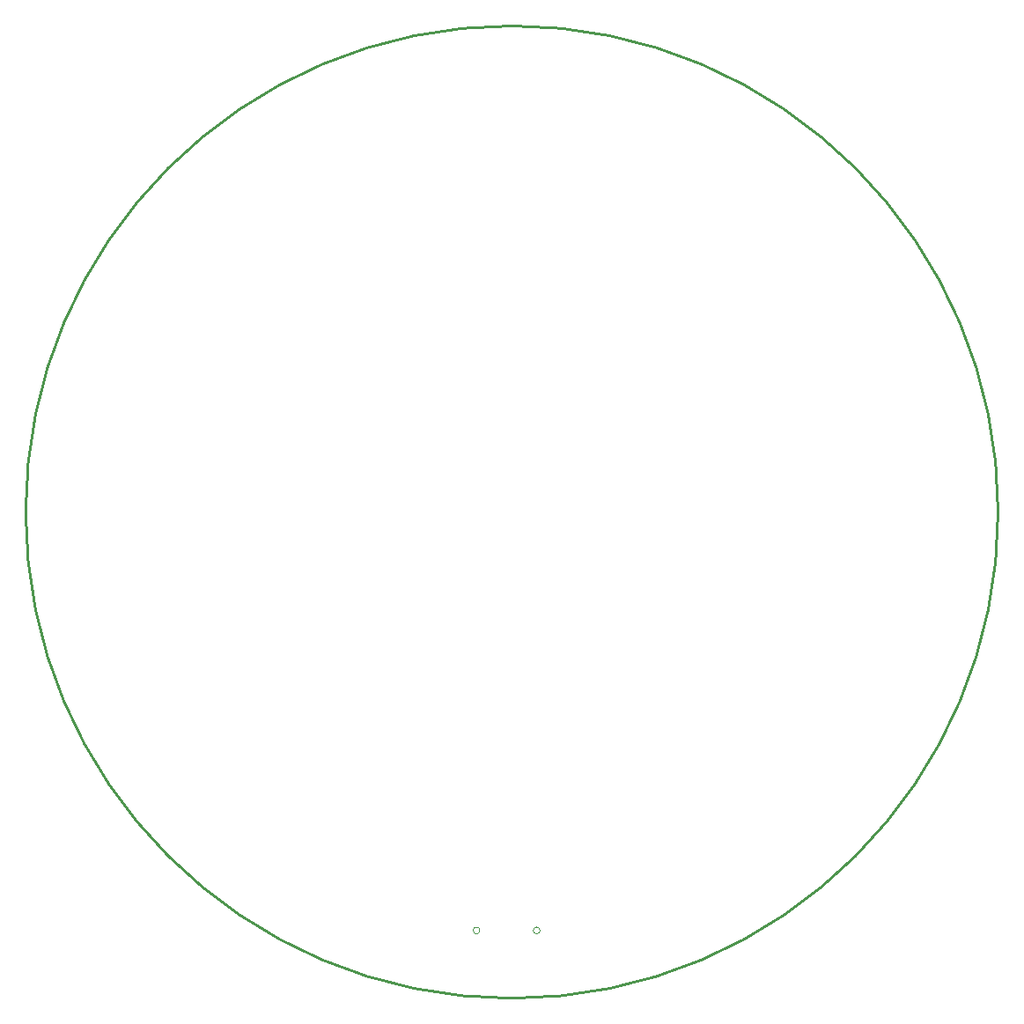
<source format=gm1>
G04*
G04 #@! TF.GenerationSoftware,Altium Limited,Altium Designer,24.6.1 (21)*
G04*
G04 Layer_Color=16711935*
%FSLAX25Y25*%
%MOIN*%
G70*
G04*
G04 #@! TF.SameCoordinates,C93C9CB5-FBF7-4B20-BE99-6934CCFB3FDC*
G04*
G04*
G04 #@! TF.FilePolarity,Positive*
G04*
G01*
G75*
%ADD11C,0.01000*%
%ADD80C,0.00020*%
D11*
X184068Y0D02*
G03*
X184068Y0I-184068J0D01*
G01*
D80*
X10657Y-158400D02*
G03*
X10657Y-158400I-1280J0D01*
G01*
X-12099D02*
G03*
X-12099Y-158400I-1280J0D01*
G01*
M02*

</source>
